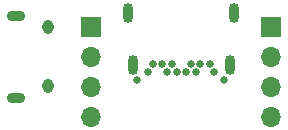
<source format=gbr>
%TF.GenerationSoftware,KiCad,Pcbnew,(6.0.0)*%
%TF.CreationDate,2022-07-25T11:20:30-04:00*%
%TF.ProjectId,dual_model_u,6475616c-5f6d-46f6-9465-6c5f752e6b69,rev?*%
%TF.SameCoordinates,Original*%
%TF.FileFunction,Soldermask,Bot*%
%TF.FilePolarity,Negative*%
%FSLAX46Y46*%
G04 Gerber Fmt 4.6, Leading zero omitted, Abs format (unit mm)*
G04 Created by KiCad (PCBNEW (6.0.0)) date 2022-07-25 11:20:30*
%MOMM*%
%LPD*%
G01*
G04 APERTURE LIST*
%ADD10C,0.675000*%
%ADD11C,0.640000*%
%ADD12O,0.850000X1.700000*%
%ADD13O,0.950000X1.250000*%
%ADD14O,1.550000X0.890000*%
%ADD15R,1.700000X1.700000*%
%ADD16O,1.700000X1.700000*%
G04 APERTURE END LIST*
D10*
%TO.C,J1*%
X163620245Y-111172847D03*
X156270245Y-111172847D03*
D11*
X157220245Y-110522847D03*
X157620245Y-109822847D03*
X158420245Y-109822847D03*
X158820245Y-110522847D03*
X159220245Y-109822847D03*
X159620245Y-110522847D03*
X160420245Y-110522847D03*
X160820245Y-109822847D03*
X161220245Y-110522847D03*
X161620245Y-109822847D03*
X162420245Y-109822847D03*
X162820245Y-110522847D03*
D12*
X155900245Y-109932847D03*
X164140245Y-109932847D03*
X155540245Y-105532847D03*
X164510245Y-105532847D03*
%TD*%
D13*
%TO.C,J2*%
X148720000Y-106720000D03*
X148720000Y-111720000D03*
D14*
X146020000Y-112720000D03*
X146020000Y-105720000D03*
%TD*%
D15*
%TO.C,J4*%
X152400000Y-106680000D03*
D16*
X152400000Y-109220000D03*
X152400000Y-111760000D03*
X152400000Y-114300000D03*
%TD*%
D15*
%TO.C,J3*%
X167640000Y-106680000D03*
D16*
X167640000Y-109220000D03*
X167640000Y-111760000D03*
X167640000Y-114300000D03*
%TD*%
M02*

</source>
